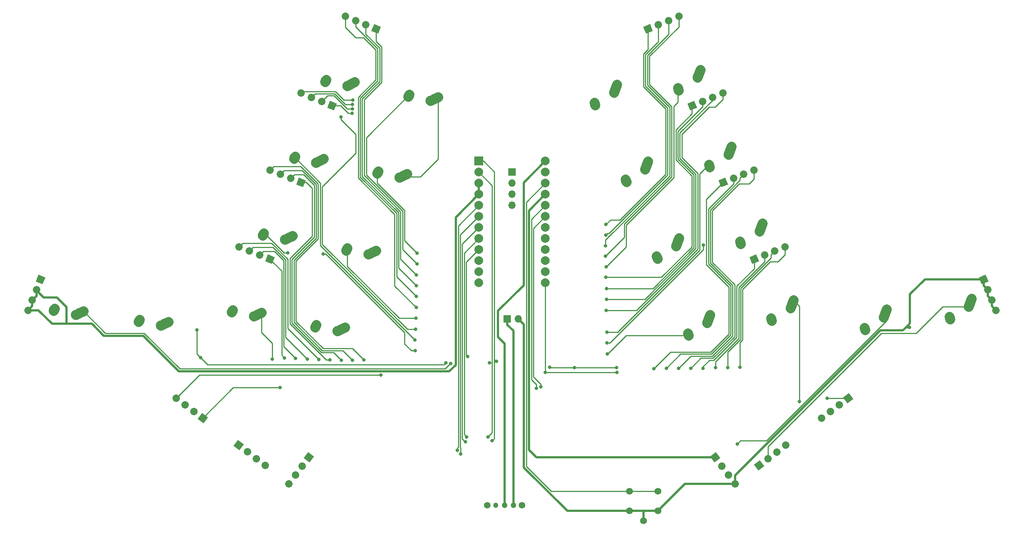
<source format=gbr>
G04 #@! TF.GenerationSoftware,KiCad,Pcbnew,(5.1.4)-1*
G04 #@! TF.CreationDate,2023-05-25T13:23:40-04:00*
G04 #@! TF.ProjectId,ThumbsUp,5468756d-6273-4557-902e-6b696361645f,rev?*
G04 #@! TF.SameCoordinates,Original*
G04 #@! TF.FileFunction,Copper,L1,Top*
G04 #@! TF.FilePolarity,Positive*
%FSLAX46Y46*%
G04 Gerber Fmt 4.6, Leading zero omitted, Abs format (unit mm)*
G04 Created by KiCad (PCBNEW (5.1.4)-1) date 2023-05-25 13:23:40*
%MOMM*%
%LPD*%
G04 APERTURE LIST*
%ADD10R,2.000000X2.000000*%
%ADD11C,2.000000*%
%ADD12C,1.575000*%
%ADD13C,1.700000*%
%ADD14C,1.700000*%
%ADD15C,0.100000*%
%ADD16C,2.250000*%
%ADD17C,2.250000*%
%ADD18R,1.700000X1.700000*%
%ADD19O,1.700000X1.700000*%
%ADD20C,1.500000*%
%ADD21C,1.200000*%
%ADD22C,1.300000*%
%ADD23C,0.800000*%
%ADD24C,0.508000*%
%ADD25C,0.254000*%
G04 APERTURE END LIST*
D10*
X134880000Y2970000D03*
D11*
X134880000Y430000D03*
X134880000Y-2110000D03*
X134880000Y-4650000D03*
X134880000Y-7190000D03*
X134880000Y-9730000D03*
X134880000Y-12270000D03*
X134880000Y-14810000D03*
X134880000Y-17350000D03*
X134880000Y-19890000D03*
X134880000Y-22430000D03*
X134880000Y-24970000D03*
X150120000Y-24970000D03*
X150120000Y-22430000D03*
X150120000Y-19890000D03*
X150120000Y-17350000D03*
X150120000Y-14810000D03*
X150120000Y-12270000D03*
X150120000Y-9730000D03*
X150120000Y-7190000D03*
X150120000Y-4650000D03*
X150120000Y-2110000D03*
X150120000Y430000D03*
X150120000Y2970000D03*
D12*
X175900000Y-72800000D03*
X175900000Y-77300000D03*
X169400000Y-72800000D03*
X169400000Y-77300000D03*
X172650000Y-79550000D03*
D13*
X213460025Y-56037912D03*
D14*
X213460025Y-56037912D02*
X213460025Y-56037912D01*
D13*
X215488560Y-54509302D03*
D14*
X215488560Y-54509302D02*
X215488560Y-54509302D01*
D13*
X217517094Y-52980692D03*
D14*
X217517094Y-52980692D02*
X217517094Y-52980692D01*
D13*
X219545628Y-51452082D03*
D15*
G36*
X218355245Y-51284785D02*
G01*
X219712925Y-50261699D01*
X220736011Y-51619379D01*
X219378331Y-52642465D01*
X218355245Y-51284785D01*
X218355245Y-51284785D01*
G37*
D13*
X85936497Y-66811130D03*
D14*
X85936497Y-66811130D02*
X85936497Y-66811130D01*
D13*
X83907962Y-65282520D03*
D14*
X83907962Y-65282520D02*
X83907962Y-65282520D01*
D13*
X81879428Y-63753910D03*
D14*
X81879428Y-63753910D02*
X81879428Y-63753910D01*
D13*
X79850894Y-62225300D03*
D15*
G36*
X79683597Y-61034917D02*
G01*
X81041277Y-62058003D01*
X80018191Y-63415683D01*
X78660511Y-62392597D01*
X79683597Y-61034917D01*
X79683597Y-61034917D01*
G37*
D13*
X71590133Y-56039707D03*
D15*
G36*
X71422836Y-54849324D02*
G01*
X72780516Y-55872410D01*
X71757430Y-57230090D01*
X70399750Y-56207004D01*
X71422836Y-54849324D01*
X71422836Y-54849324D01*
G37*
D13*
X69561599Y-54511097D03*
D14*
X69561599Y-54511097D02*
X69561599Y-54511097D01*
D13*
X67533065Y-52982487D03*
D14*
X67533065Y-52982487D02*
X67533065Y-52982487D01*
D13*
X65504530Y-51453877D03*
D14*
X65504530Y-51453877D02*
X65504530Y-51453877D01*
D13*
X95944722Y-64961851D03*
D15*
G36*
X94754339Y-65129148D02*
G01*
X95777425Y-63771468D01*
X97135105Y-64794554D01*
X96112019Y-66152234D01*
X94754339Y-65129148D01*
X94754339Y-65129148D01*
G37*
D13*
X94416112Y-66990385D03*
D14*
X94416112Y-66990385D02*
X94416112Y-66990385D01*
D13*
X92887502Y-69018919D03*
D14*
X92887502Y-69018919D02*
X92887502Y-69018919D01*
D13*
X91358892Y-71047454D03*
D14*
X91358892Y-71047454D02*
X91358892Y-71047454D01*
D13*
X205191279Y-62229523D03*
D14*
X205191279Y-62229523D02*
X205191279Y-62229523D01*
D13*
X203162744Y-63758133D03*
D14*
X203162744Y-63758133D02*
X203162744Y-63758133D01*
D13*
X201134210Y-65286743D03*
D14*
X201134210Y-65286743D02*
X201134210Y-65286743D01*
D13*
X199105676Y-66815353D03*
D15*
G36*
X197915293Y-66648056D02*
G01*
X199272973Y-65624970D01*
X200296059Y-66982650D01*
X198938379Y-68005736D01*
X197915293Y-66648056D01*
X197915293Y-66648056D01*
G37*
D13*
X193667308Y-71063713D03*
D14*
X193667308Y-71063713D02*
X193667308Y-71063713D01*
D13*
X192138698Y-69035178D03*
D14*
X192138698Y-69035178D02*
X192138698Y-69035178D01*
D13*
X190610088Y-67006644D03*
D14*
X190610088Y-67006644D02*
X190610088Y-67006644D01*
D13*
X189081478Y-64978110D03*
D15*
G36*
X188914181Y-66168493D02*
G01*
X187891095Y-64810813D01*
X189248775Y-63787727D01*
X190271861Y-65145407D01*
X188914181Y-66168493D01*
X188914181Y-66168493D01*
G37*
D16*
X247167948Y-30422621D03*
X247501790Y-29500410D03*
D17*
X247835633Y-28578198D02*
X247167947Y-30422622D01*
D16*
X242899517Y-33311997D03*
X242809424Y-33035622D03*
D17*
X242719332Y-32759246D02*
X242899516Y-33311998D01*
D13*
X104289498Y36157443D03*
D14*
X104289498Y36157443D02*
X104289498Y36157443D01*
D13*
X106644545Y35205942D03*
D14*
X106644545Y35205942D02*
X106644545Y35205942D01*
D13*
X108999592Y34254442D03*
D14*
X108999592Y34254442D02*
X108999592Y34254442D01*
D13*
X111354639Y33302941D03*
D15*
G36*
X111824330Y32196419D02*
G01*
X110248117Y32833250D01*
X110884948Y34409463D01*
X112461161Y33772632D01*
X111824330Y32196419D01*
X111824330Y32196419D01*
G37*
D13*
X34433864Y-24192442D03*
D15*
G36*
X35540386Y-23722751D02*
G01*
X34903555Y-25298964D01*
X33327342Y-24662133D01*
X33964173Y-23085920D01*
X35540386Y-23722751D01*
X35540386Y-23722751D01*
G37*
D13*
X33482363Y-26547489D03*
D14*
X33482363Y-26547489D02*
X33482363Y-26547489D01*
D13*
X32530863Y-28902536D03*
D14*
X32530863Y-28902536D02*
X32530863Y-28902536D01*
D13*
X31579362Y-31257583D03*
D14*
X31579362Y-31257583D02*
X31579362Y-31257583D01*
D13*
X101237114Y15686447D03*
D15*
G36*
X101706805Y14579925D02*
G01*
X100130592Y15216756D01*
X100767423Y16792969D01*
X102343636Y16156138D01*
X101706805Y14579925D01*
X101706805Y14579925D01*
G37*
D13*
X98882067Y16637948D03*
D14*
X98882067Y16637948D02*
X98882067Y16637948D01*
D13*
X96527020Y17589448D03*
D14*
X96527020Y17589448D02*
X96527020Y17589448D01*
D13*
X94171973Y18540949D03*
D14*
X94171973Y18540949D02*
X94171973Y18540949D01*
D13*
X87002063Y-19546539D03*
D15*
G36*
X87471754Y-20653061D02*
G01*
X85895541Y-20016230D01*
X86532372Y-18440017D01*
X88108585Y-19076848D01*
X87471754Y-20653061D01*
X87471754Y-20653061D01*
G37*
D13*
X84647016Y-18595038D03*
D14*
X84647016Y-18595038D02*
X84647016Y-18595038D01*
D13*
X82291969Y-17643538D03*
D14*
X82291969Y-17643538D02*
X82291969Y-17643538D01*
D13*
X79936922Y-16692037D03*
D14*
X79936922Y-16692037D02*
X79936922Y-16692037D01*
D13*
X198013530Y-19544054D03*
D15*
G36*
X196907008Y-19074363D02*
G01*
X198483221Y-18437532D01*
X199120052Y-20013745D01*
X197543839Y-20650576D01*
X196907008Y-19074363D01*
X196907008Y-19074363D01*
G37*
D13*
X200368577Y-18592553D03*
D14*
X200368577Y-18592553D02*
X200368577Y-18592553D01*
D13*
X202723624Y-17641053D03*
D14*
X202723624Y-17641053D02*
X202723624Y-17641053D01*
D13*
X205078671Y-16689552D03*
D14*
X205078671Y-16689552D02*
X205078671Y-16689552D01*
D13*
X190896005Y-1927561D03*
D15*
G36*
X189789483Y-1457870D02*
G01*
X191365696Y-821039D01*
X192002527Y-2397252D01*
X190426314Y-3034083D01*
X189789483Y-1457870D01*
X189789483Y-1457870D01*
G37*
D13*
X193251052Y-976060D03*
D14*
X193251052Y-976060D02*
X193251052Y-976060D01*
D13*
X195606099Y-24560D03*
D14*
X195606099Y-24560D02*
X195606099Y-24560D01*
D13*
X197961146Y926941D03*
D14*
X197961146Y926941D02*
X197961146Y926941D01*
D13*
X173660955Y33305425D03*
D15*
G36*
X172554433Y33775116D02*
G01*
X174130646Y34411947D01*
X174767477Y32835734D01*
X173191264Y32198903D01*
X172554433Y33775116D01*
X172554433Y33775116D01*
G37*
D13*
X176016002Y34256926D03*
D14*
X176016002Y34256926D02*
X176016002Y34256926D01*
D13*
X178371049Y35208426D03*
D14*
X178371049Y35208426D02*
X178371049Y35208426D01*
D13*
X180726096Y36159927D03*
D14*
X180726096Y36159927D02*
X180726096Y36159927D01*
D13*
X250581730Y-24189957D03*
D15*
G36*
X251051421Y-23083435D02*
G01*
X251688252Y-24659648D01*
X250112039Y-25296479D01*
X249475208Y-23720266D01*
X251051421Y-23083435D01*
X251051421Y-23083435D01*
G37*
D13*
X251533231Y-26545004D03*
D14*
X251533231Y-26545004D02*
X251533231Y-26545004D01*
D13*
X252484731Y-28900051D03*
D14*
X252484731Y-28900051D02*
X252484731Y-28900051D01*
D13*
X253436232Y-31255098D03*
D14*
X253436232Y-31255098D02*
X253436232Y-31255098D01*
D13*
X94119589Y-1930046D03*
D15*
G36*
X94589280Y-3036568D02*
G01*
X93013067Y-2399737D01*
X93649898Y-823524D01*
X95226111Y-1460355D01*
X94589280Y-3036568D01*
X94589280Y-3036568D01*
G37*
D13*
X91764542Y-978545D03*
D14*
X91764542Y-978545D02*
X91764542Y-978545D01*
D13*
X89409495Y-27045D03*
D14*
X89409495Y-27045D02*
X89409495Y-27045D01*
D13*
X87054448Y924456D03*
D14*
X87054448Y924456D02*
X87054448Y924456D01*
D13*
X183778480Y15688932D03*
D15*
G36*
X182671958Y16158623D02*
G01*
X184248171Y16795454D01*
X184885002Y15219241D01*
X183308789Y14582410D01*
X182671958Y16158623D01*
X182671958Y16158623D01*
G37*
D13*
X186133527Y16640433D03*
D14*
X186133527Y16640433D02*
X186133527Y16640433D01*
D13*
X188488574Y17591933D03*
D14*
X188488574Y17591933D02*
X188488574Y17591933D01*
D13*
X190843621Y18543434D03*
D14*
X190843621Y18543434D02*
X190843621Y18543434D01*
D16*
X57022689Y-33631694D03*
D17*
X57149869Y-33370303D02*
X56895509Y-33893085D01*
D16*
X56895510Y-33893085D03*
X62853859Y-34348267D03*
D17*
X63734628Y-33916790D02*
X61973090Y-34779744D01*
D16*
X61973091Y-34779744D03*
X42483564Y-32298138D03*
X43364332Y-31866661D03*
D17*
X44245101Y-31435184D02*
X42483563Y-32298138D01*
D16*
X37405983Y-31411479D03*
X37533162Y-31150088D03*
D17*
X37660342Y-30888697D02*
X37405982Y-31411479D01*
D16*
X92620298Y3755605D03*
D17*
X92747478Y4016996D02*
X92493118Y3494214D01*
D16*
X92493119Y3494214D03*
X98451468Y3039032D03*
D17*
X99332237Y3470509D02*
X97570699Y2607555D01*
D16*
X97570700Y2607555D03*
D18*
X142500000Y500000D03*
D19*
X142500000Y-2040000D03*
X142500000Y-4580000D03*
X142500000Y-7120000D03*
D16*
X99737824Y21372099D03*
D17*
X99865004Y21633490D02*
X99610644Y21110708D01*
D16*
X99610645Y21110708D03*
X105568994Y20655526D03*
D17*
X106449763Y21087003D02*
X104688225Y20224049D01*
D16*
X104688226Y20224049D03*
X123803145Y16815259D03*
X124683913Y17246736D03*
D17*
X125564682Y17678213D02*
X123803144Y16815259D01*
D16*
X118725564Y17701918D03*
X118852743Y17963309D03*
D17*
X118979923Y18224700D02*
X118725563Y17701918D01*
D16*
X223319898Y-35517228D03*
D17*
X223229806Y-35240852D02*
X223409990Y-35793604D01*
D16*
X223409991Y-35793603D03*
X228012264Y-31982016D03*
D17*
X228346107Y-31059804D02*
X227678421Y-32904228D01*
D16*
X227678422Y-32904227D03*
X172965893Y1074283D03*
X173299735Y1996494D03*
D17*
X173633578Y2918706D02*
X172965892Y1074282D01*
D16*
X168697462Y-1815093D03*
X168607369Y-1538718D03*
D17*
X168517277Y-1262342D02*
X168697461Y-1815094D01*
D16*
X187200943Y-34158703D03*
X187534785Y-33236492D03*
D17*
X187868628Y-32314280D02*
X187200942Y-34158704D01*
D16*
X182932512Y-37048079D03*
X182842419Y-36771704D03*
D17*
X182752327Y-36495328D02*
X182932511Y-37048080D01*
D16*
X85502773Y-13860888D03*
D17*
X85629953Y-13599497D02*
X85375593Y-14122279D01*
D16*
X85375594Y-14122279D03*
X91333943Y-14577461D03*
D17*
X92214712Y-14145984D02*
X90453174Y-15008938D01*
D16*
X90453175Y-15008938D03*
X180083418Y-16542210D03*
X180417260Y-15619999D03*
D17*
X180751103Y-14697787D02*
X180083417Y-16542211D01*
D16*
X175814987Y-19431586D03*
X175724894Y-19155211D03*
D17*
X175634802Y-18878835D02*
X175814986Y-19431587D01*
D16*
X116685620Y-801235D03*
X117566388Y-369758D03*
D17*
X118447157Y61719D02*
X116685619Y-801235D01*
D16*
X111608039Y85424D03*
X111735218Y346815D03*
D17*
X111862398Y608206D02*
X111608038Y85424D01*
D16*
X194839814Y-15746421D03*
D17*
X194749722Y-15470045D02*
X194929906Y-16022797D01*
D16*
X194929907Y-16022796D03*
X199532180Y-12211209D03*
D17*
X199866023Y-11288997D02*
X199198337Y-13133421D01*
D16*
X199198338Y-13133420D03*
X109568095Y-18417728D03*
X110448863Y-17986251D03*
D17*
X111329632Y-17554774D02*
X109568094Y-18417728D01*
D16*
X104490514Y-17531069D03*
X104617693Y-17269678D03*
D17*
X104744873Y-17008287D02*
X104490513Y-17531069D01*
D16*
X78385248Y-31477381D03*
D17*
X78512428Y-31215990D02*
X78258068Y-31738772D01*
D16*
X78258069Y-31738772D03*
X84216418Y-32193954D03*
D17*
X85097187Y-31762477D02*
X83335649Y-32625431D01*
D16*
X83335650Y-32625431D03*
X102450569Y-36034221D03*
X103331337Y-35602744D03*
D17*
X104212106Y-35171267D02*
X102450568Y-36034221D01*
D16*
X97372988Y-35147562D03*
X97500167Y-34886171D03*
D17*
X97627347Y-34624780D02*
X97372987Y-35147562D01*
D16*
X187722288Y1870072D03*
D17*
X187632196Y2146448D02*
X187812380Y1593696D01*
D16*
X187812381Y1593697D03*
X192414654Y5405284D03*
D17*
X192748497Y6327496D02*
X192080811Y4483072D01*
D16*
X192080812Y4483073D03*
X201957339Y-33362914D03*
D17*
X201867247Y-33086538D02*
X202047431Y-33639290D01*
D16*
X202047432Y-33639289D03*
X206649705Y-29827702D03*
D17*
X206983548Y-28905490D02*
X206315862Y-30749914D01*
D16*
X206315863Y-30749913D03*
X180604763Y19486565D03*
D17*
X180514671Y19762941D02*
X180694855Y19210189D01*
D16*
X180694856Y19210190D03*
X185297129Y23021777D03*
D17*
X185630972Y23943989D02*
X184963286Y22099565D01*
D16*
X184963287Y22099566D03*
X165848368Y18690777D03*
X166182210Y19612988D03*
D17*
X166516053Y20535200D02*
X165848367Y18690776D01*
D16*
X161579937Y15801401D03*
X161489844Y16077776D03*
D17*
X161399752Y16354152D02*
X161579936Y15801400D01*
D20*
X136800000Y-76000000D03*
X144800000Y-76000000D03*
D21*
X138800000Y-76000000D03*
D22*
X140800000Y-76000000D03*
X142800000Y-76000000D03*
D19*
X143940000Y-33200000D03*
D18*
X141400000Y-33200000D03*
D23*
X233611994Y-35163996D03*
X100750000Y-42650000D03*
X103350000Y-42700000D03*
X105950000Y-42750000D03*
X108550000Y-42650000D03*
X90350000Y-42200000D03*
X92900000Y-42300000D03*
X95600000Y-42450000D03*
X98200000Y-42550000D03*
X120250000Y-38100000D03*
X99250000Y-18300000D03*
X91100000Y-18050002D03*
X120299984Y-40550000D03*
X120750000Y-18150000D03*
X120500000Y-33100000D03*
X164300000Y-41300000D03*
X164250000Y-36250000D03*
X164237500Y-38712500D03*
X186310969Y-16300000D03*
X164050000Y-31300000D03*
X164150000Y-28750000D03*
X164150000Y-26250000D03*
X164000000Y-23700000D03*
X183450000Y-44550000D03*
X180650000Y-44600000D03*
X177850000Y-44600000D03*
X175000000Y-44650000D03*
X106004398Y16989730D03*
X94171973Y18540949D03*
X70250000Y-35750000D03*
X137911322Y-61198391D03*
X127350000Y-43300000D03*
X138950000Y-42999998D03*
X71150000Y-42150000D03*
X194100000Y-61900000D03*
X105894355Y15995801D03*
X96527020Y17589448D03*
X137000000Y-60350000D03*
X137350000Y-43350000D03*
X128399039Y-43449041D03*
X105905647Y14956361D03*
X131800000Y-61450002D03*
X105847170Y13958060D03*
X132100000Y-60300000D03*
X112450000Y-46139030D03*
X132300000Y-41900000D03*
X166450000Y-44400000D03*
X151150000Y-44350000D03*
X156800000Y-44400000D03*
X214700000Y-51400008D03*
X87550000Y-42500000D03*
X166550000Y-45550000D03*
X150120000Y-45550002D03*
X89300000Y-48999998D03*
X208400000Y-52200000D03*
X130750000Y-64250000D03*
X129950000Y-63400000D03*
X148100000Y-49150000D03*
X149100000Y-48800000D03*
X120550000Y-30650000D03*
X120600000Y-28100000D03*
X120552224Y-25597776D03*
X120600000Y-23150000D03*
X120392216Y-35592216D03*
X103300000Y13050000D03*
X120700000Y-20650000D03*
X164050000Y-21300000D03*
X163950000Y-18800000D03*
X163950000Y-16450000D03*
X164000000Y-14000000D03*
X164000000Y-11600000D03*
X194750000Y-44350000D03*
X191900000Y-44400000D03*
X189100000Y-44400000D03*
X186277049Y-44589041D03*
D24*
X134880000Y-2110000D02*
X134880000Y-4650000D01*
X33482363Y-27951036D02*
X32530863Y-28902536D01*
X33482363Y-26547489D02*
X33482363Y-27951036D01*
X32530863Y-30306082D02*
X31579362Y-31257583D01*
X32530863Y-28902536D02*
X32530863Y-30306082D01*
X182136287Y-71063713D02*
X175900000Y-77300000D01*
X193667308Y-71063713D02*
X182136287Y-71063713D01*
X175900000Y-77300000D02*
X172750000Y-77300000D01*
X172750000Y-77300000D02*
X169400000Y-77300000D01*
X172550000Y-77300000D02*
X172750000Y-77300000D01*
X172650000Y-79550000D02*
X172650000Y-77400000D01*
X172650000Y-77400000D02*
X172550000Y-77300000D01*
X250581730Y-25593503D02*
X251533231Y-26545004D01*
X250581730Y-24189957D02*
X250581730Y-25593503D01*
X251533231Y-27948551D02*
X252484731Y-28900051D01*
X251533231Y-26545004D02*
X251533231Y-27948551D01*
X252484731Y-30303597D02*
X253436232Y-31255098D01*
X252484731Y-28900051D02*
X252484731Y-30303597D01*
X37050000Y-34350000D02*
X33957583Y-31257583D01*
X33957583Y-31257583D02*
X31579362Y-31257583D01*
X40400000Y-34350000D02*
X37050000Y-34350000D01*
X40400000Y-30497757D02*
X40400000Y-34350000D01*
X38202243Y-28300000D02*
X40400000Y-30497757D01*
X35100000Y-28300000D02*
X38202243Y-28300000D01*
X33482363Y-26547489D02*
X33482363Y-26682363D01*
X33482363Y-26682363D02*
X35100000Y-28300000D01*
X237110043Y-24189957D02*
X250581730Y-24189957D01*
X233700000Y-27600000D02*
X237110043Y-24189957D01*
X233700000Y-34270000D02*
X233700000Y-27600000D01*
X232900000Y-35070000D02*
X233700000Y-34270000D01*
X125945020Y-45285020D02*
X125950000Y-45290000D01*
X46200000Y-34350000D02*
X40400000Y-34350000D01*
X128120878Y-45285020D02*
X73821280Y-45285020D01*
X129602949Y-43802949D02*
X128120878Y-45285020D01*
X73821280Y-45285020D02*
X73767271Y-45231011D01*
X73767271Y-45231011D02*
X66109338Y-45231011D01*
X66109338Y-45231011D02*
X57978328Y-37100000D01*
X48950000Y-37100000D02*
X46200000Y-34350000D01*
X57978328Y-37100000D02*
X48950000Y-37100000D01*
X129602949Y-9927051D02*
X129602949Y-43802949D01*
X134880000Y-4650000D02*
X129602949Y-9927051D01*
X233611994Y-35163996D02*
X232993996Y-35163996D01*
X232993996Y-35163996D02*
X232900000Y-35070000D01*
X193667308Y-69162296D02*
X226929604Y-35900000D01*
X226929604Y-35900000D02*
X232070000Y-35900000D01*
X193667308Y-71063713D02*
X193667308Y-69162296D01*
X232070000Y-35900000D02*
X232900000Y-35070000D01*
X168286307Y-77300000D02*
X169400000Y-77300000D01*
X155178328Y-77300000D02*
X168286307Y-77300000D01*
X145202958Y-67324630D02*
X155178328Y-77300000D01*
X145202958Y-34462958D02*
X145202958Y-67324630D01*
X143940000Y-33200000D02*
X145202958Y-34462958D01*
D25*
X99868272Y-42650000D02*
X91587969Y-34369697D01*
X96699996Y-14273800D02*
X96699996Y-3299996D01*
X100750000Y-42650000D02*
X99868272Y-42650000D01*
X91587969Y-34369697D02*
X91587972Y-19385824D01*
X95330046Y-1930046D02*
X94119589Y-1930046D01*
X91587972Y-19385824D02*
X96699996Y-14273800D01*
X96699996Y-3299996D02*
X95330046Y-1930046D01*
X101595989Y-40945989D02*
X98806329Y-40945989D01*
X92614541Y-128546D02*
X91764542Y-978545D01*
X97154007Y-14461857D02*
X97154007Y-2580211D01*
X103350000Y-42700000D02*
X101595989Y-40945989D01*
X98806329Y-40945989D02*
X92041980Y-34181640D01*
X92041980Y-34181640D02*
X92041982Y-19573882D01*
X92041982Y-19573882D02*
X97154007Y-14461857D01*
X94702342Y-128546D02*
X92614541Y-128546D01*
X97154007Y-2580211D02*
X94702342Y-128546D01*
X103691978Y-40491978D02*
X98994385Y-40491977D01*
X105950000Y-42750000D02*
X103691978Y-40491978D01*
X98994385Y-40491977D02*
X92495991Y-33993583D01*
X90259494Y822954D02*
X89409495Y-27045D01*
X94392910Y822954D02*
X90259494Y822954D01*
X92495991Y-33993583D02*
X92495992Y-19761940D01*
X97608018Y-2392154D02*
X94392910Y822954D01*
X97608018Y-14649914D02*
X97608018Y-2392154D01*
X92495992Y-19761940D02*
X97608018Y-14649914D01*
X87904447Y1774455D02*
X87054448Y924456D01*
X105937967Y-40037967D02*
X99182443Y-40037967D01*
X94083477Y1774455D02*
X87904447Y1774455D01*
X92950002Y-33805526D02*
X92950002Y-19949998D01*
X99182443Y-40037967D02*
X92950002Y-33805526D01*
X92950002Y-19949998D02*
X98062030Y-14837970D01*
X108550000Y-42650000D02*
X105937967Y-40037967D01*
X98062030Y-14837970D02*
X98062030Y-2204098D01*
X98062030Y-2204098D02*
X94083477Y1774455D01*
X89699998Y-22244474D02*
X87725720Y-20270196D01*
X87725720Y-20270196D02*
X87002063Y-19546539D01*
X90350000Y-42200000D02*
X89699998Y-41549998D01*
X89699998Y-41549998D02*
X89699998Y-22244474D01*
X90154009Y-19880213D02*
X88018835Y-17745039D01*
X85497015Y-17745039D02*
X84647016Y-18595038D01*
X92900000Y-42300000D02*
X90154009Y-39554009D01*
X88018835Y-17745039D02*
X85497015Y-17745039D01*
X90154009Y-39554009D02*
X90154009Y-19880213D01*
X87709403Y-16793539D02*
X83141968Y-16793539D01*
X90608020Y-19692156D02*
X87709403Y-16793539D01*
X83141968Y-16793539D02*
X82291969Y-17643538D01*
X95600000Y-42450000D02*
X90608020Y-37458020D01*
X90608020Y-37458020D02*
X90608020Y-19692156D01*
X91062031Y-35412031D02*
X91062031Y-19504099D01*
X98200000Y-42550000D02*
X91062031Y-35412031D01*
X80786921Y-15842038D02*
X79936922Y-16692037D01*
X87399970Y-15842038D02*
X80786921Y-15842038D01*
X91062031Y-19504099D02*
X87399970Y-15842038D01*
X98545989Y-16395989D02*
X119850001Y-37700001D01*
X93005786Y3494214D02*
X98545989Y-2045989D01*
X92493119Y3494214D02*
X93005786Y3494214D01*
X98545989Y-2045989D02*
X98545989Y-16395989D01*
X119850001Y-37700001D02*
X120250000Y-38100000D01*
X91099998Y-18050000D02*
X91100000Y-18050002D01*
X90250000Y-18050000D02*
X91099998Y-18050000D01*
X85629953Y-13599497D02*
X85799497Y-13599497D01*
X85799497Y-13599497D02*
X90250000Y-18050000D01*
X119450000Y-40550000D02*
X120299984Y-40550000D01*
X117850000Y-38950000D02*
X119450000Y-40550000D01*
X117850000Y-36350000D02*
X117850000Y-38950000D01*
X99250000Y-18300000D02*
X99800000Y-18300000D01*
X99800000Y-18300000D02*
X117850000Y-36350000D01*
X111608039Y-2058039D02*
X111608039Y85424D01*
X117858020Y-8308020D02*
X111608039Y-2058039D01*
X117858020Y-15258020D02*
X117858020Y-8308020D01*
X120750000Y-18150000D02*
X117858020Y-15258020D01*
X104744873Y-17785428D02*
X104744873Y-17008287D01*
X104744873Y-21194873D02*
X104744873Y-17008287D01*
X120500000Y-33100000D02*
X116650000Y-33100000D01*
X116650000Y-33100000D02*
X104744873Y-21194873D01*
X175634802Y-19611771D02*
X175634802Y-18878835D01*
X175800000Y-19776969D02*
X175634802Y-19611771D01*
X168681921Y-37048079D02*
X182932512Y-37048079D01*
X164300000Y-41300000D02*
X164430000Y-41300000D01*
X164430000Y-41300000D02*
X168681921Y-37048079D01*
X185516040Y30293D02*
X187632196Y2146448D01*
X185516040Y-17476028D02*
X185516040Y30293D01*
X164250000Y-36250000D02*
X166742068Y-36250000D01*
X166742068Y-36250000D02*
X185516040Y-17476028D01*
X186310969Y-17323167D02*
X186310969Y-16865685D01*
X164237500Y-38712500D02*
X164921636Y-38712500D01*
X164921636Y-38712500D02*
X186310969Y-17323167D01*
X186310969Y-16865685D02*
X186310969Y-16300000D01*
X190843621Y17341353D02*
X190843621Y18543434D01*
X190843621Y17143621D02*
X190843621Y17341353D01*
X189090000Y15390000D02*
X190843621Y17143621D01*
X171026204Y-31300000D02*
X185062030Y-17264174D01*
X164050000Y-31300000D02*
X171026204Y-31300000D01*
X185062030Y-17264174D02*
X185062030Y137973D01*
X187690187Y15390000D02*
X189090000Y15390000D01*
X185062030Y137973D02*
X181400003Y3800000D01*
X181400003Y3800000D02*
X181400003Y9099816D01*
X181400003Y9099816D02*
X187690187Y15390000D01*
X188450000Y17553359D02*
X188488574Y17591933D01*
X188450000Y16900000D02*
X188450000Y17553359D01*
X172934136Y-28750000D02*
X184608020Y-17076116D01*
X184608020Y-17076116D02*
X184608020Y-50085D01*
X164150000Y-28750000D02*
X172934136Y-28750000D01*
X184608020Y-50085D02*
X180945992Y3611943D01*
X180945992Y3611943D02*
X180945992Y9395992D01*
X180945992Y9395992D02*
X188450000Y16900000D01*
X174792068Y-26250000D02*
X184154010Y-16888058D01*
X164150000Y-26250000D02*
X174792068Y-26250000D01*
X184154010Y-16888058D02*
X184154010Y-238143D01*
X184154010Y-238143D02*
X180491981Y3423886D01*
X180491981Y3423886D02*
X180491981Y9796806D01*
X180491981Y9796806D02*
X186133527Y15438352D01*
X186133527Y15438352D02*
X186133527Y16640433D01*
X183750000Y15660452D02*
X183778480Y15688932D01*
X183750000Y13850000D02*
X183750000Y15660452D01*
X180037970Y3235829D02*
X180037970Y10137970D01*
X183700000Y-426201D02*
X180037970Y3235829D01*
X183700000Y-16300000D02*
X183700000Y-426201D01*
X180037970Y10137970D02*
X183750000Y13850000D01*
X183700000Y-16700000D02*
X183700000Y-16300000D01*
X164000000Y-23700000D02*
X176700000Y-23700000D01*
X176700000Y-23700000D02*
X183700000Y-16700000D01*
X183450000Y-44550000D02*
X185774011Y-42225989D01*
X196850000Y-2260000D02*
X197961146Y-1148854D01*
X193512030Y-37277677D02*
X193512030Y-25362030D01*
X197961146Y-275140D02*
X197961146Y926941D01*
X197961146Y-1148854D02*
X197961146Y-275140D01*
X194590000Y-2260000D02*
X196850000Y-2260000D01*
X188400002Y-20250002D02*
X188400002Y-8449998D01*
X193512030Y-25362030D02*
X188400002Y-20250002D01*
X185774011Y-42225989D02*
X188563718Y-42225989D01*
X188563718Y-42225989D02*
X193512030Y-37277677D01*
X188400002Y-8449998D02*
X194590000Y-2260000D01*
X194756100Y-874559D02*
X195606099Y-24560D01*
X187945991Y-8229009D02*
X194756100Y-1418900D01*
X193058019Y-25550087D02*
X187945991Y-20438059D01*
X187945991Y-20438059D02*
X187945991Y-8229009D01*
X193058019Y-37089620D02*
X193058019Y-25550087D01*
X183478022Y-41771978D02*
X188375660Y-41771978D01*
X180650000Y-44600000D02*
X183478022Y-41771978D01*
X188375660Y-41771978D02*
X193058019Y-37089620D01*
X194756100Y-1418900D02*
X194756100Y-874559D01*
X193251052Y-2248948D02*
X193251052Y-2178141D01*
X177850000Y-44600000D02*
X181132033Y-41317967D01*
X192604008Y-36901563D02*
X192604008Y-25738144D01*
X187491980Y-20626116D02*
X187491980Y-8008020D01*
X192604008Y-25738144D02*
X187491980Y-20626116D01*
X187491980Y-8008020D02*
X193251052Y-2248948D01*
X193251052Y-2178141D02*
X193251052Y-976060D01*
X188187603Y-41317967D02*
X192604008Y-36901563D01*
X181132033Y-41317967D02*
X188187603Y-41317967D01*
X178786044Y-40863956D02*
X187999546Y-40863956D01*
X175000000Y-44650000D02*
X178786044Y-40863956D01*
X190172348Y-2651218D02*
X190896005Y-1927561D01*
X187037969Y-20814173D02*
X187037969Y-5785597D01*
X187037969Y-5785597D02*
X190172348Y-2651218D01*
X192149997Y-25926201D02*
X187037969Y-20814173D01*
X192149997Y-36713506D02*
X192149997Y-25926201D01*
X187999546Y-40863956D02*
X192149997Y-36713506D01*
X94581024Y18950000D02*
X94171973Y18540949D01*
X102000000Y18950000D02*
X94581024Y18950000D01*
X106004398Y16989730D02*
X103960270Y16989730D01*
X103960270Y16989730D02*
X102000000Y18950000D01*
X138404011Y-60705702D02*
X138311321Y-60798392D01*
X138311321Y-60798392D02*
X137911322Y-61198391D01*
X138404011Y-42045989D02*
X138404011Y-60705702D01*
X138550001Y-42599999D02*
X138950000Y-42999998D01*
X138404011Y-42454009D02*
X138550001Y-42599999D01*
X138404011Y-42045989D02*
X138404011Y-42454009D01*
X71549999Y-42549999D02*
X71150000Y-42150000D01*
X70250000Y-35750000D02*
X70250000Y-41250000D01*
X127350000Y-43300000D02*
X126950001Y-43699999D01*
X70250000Y-41250000D02*
X70750001Y-41750001D01*
X72699999Y-43699999D02*
X71549999Y-42549999D01*
X126950001Y-43699999D02*
X72699999Y-43699999D01*
X70750001Y-41750001D02*
X71150000Y-42150000D01*
X194800000Y-61200000D02*
X194100000Y-61900000D01*
X200807932Y-61200000D02*
X194800000Y-61200000D01*
X228346107Y-31059804D02*
X228346107Y-33661825D01*
X228346107Y-33661825D02*
X200807932Y-61200000D01*
X138404011Y-1304011D02*
X138404011Y-42045989D01*
X138400000Y-1300000D02*
X138404011Y-1304011D01*
X138400000Y504000D02*
X138400000Y-1300000D01*
X134880000Y2970000D02*
X135934000Y2970000D01*
X135934000Y2970000D02*
X138400000Y504000D01*
X97391583Y18454011D02*
X96527020Y17589448D01*
X101853921Y18454011D02*
X97391583Y18454011D01*
X105894355Y15995801D02*
X104312131Y15995801D01*
X104312131Y15995801D02*
X101853921Y18454011D01*
X137000000Y-60250000D02*
X137000000Y-60350000D01*
X137950000Y-59300000D02*
X137000000Y-60250000D01*
X134880000Y430000D02*
X137950000Y-2640000D01*
X137915685Y-43350000D02*
X137950000Y-43350000D01*
X137350000Y-43350000D02*
X137915685Y-43350000D01*
X137950000Y-2640000D02*
X137950000Y-43350000D01*
X137950000Y-43350000D02*
X137950000Y-59300000D01*
X127999040Y-43849040D02*
X128399039Y-43449041D01*
X49309917Y-36500000D02*
X58200000Y-36500000D01*
X74061943Y-44704011D02*
X127144069Y-44704011D01*
X58200000Y-36500000D02*
X66350000Y-44650000D01*
X74007932Y-44650000D02*
X74061943Y-44704011D01*
X127144069Y-44704011D02*
X127999040Y-43849040D01*
X44245101Y-31435184D02*
X49309917Y-36500000D01*
X66350000Y-44650000D02*
X74007932Y-44650000D01*
X247167948Y-29245883D02*
X247167948Y-30422621D01*
X247835633Y-28578198D02*
X247167948Y-29245883D01*
X241187379Y-30422621D02*
X235100000Y-36510000D01*
X201134210Y-62525790D02*
X201134210Y-64084662D01*
X201134210Y-64084662D02*
X201134210Y-65286743D01*
X227150000Y-36510000D02*
X201134210Y-62525790D01*
X235100000Y-36510000D02*
X227150000Y-36510000D01*
X247167948Y-30422621D02*
X241187379Y-30422621D01*
X105339962Y14956361D02*
X105905647Y14956361D01*
X104709503Y14956361D02*
X105339962Y14956361D01*
X101665864Y18000000D02*
X104709503Y14956361D01*
X100244119Y18000000D02*
X101665864Y18000000D01*
X98882067Y16637948D02*
X100244119Y18000000D01*
X131091980Y-16058020D02*
X131091980Y-41976116D01*
X134880000Y-12270000D02*
X131091980Y-16058020D01*
X131093033Y-41977169D02*
X131093033Y-60743035D01*
X131400001Y-61050003D02*
X131800000Y-61450002D01*
X131093033Y-60743035D02*
X131400001Y-61050003D01*
X131091980Y-41976116D02*
X131093033Y-41977169D01*
X105281485Y13958060D02*
X105847170Y13958060D01*
X104941940Y13958060D02*
X105281485Y13958060D01*
X101237114Y15686447D02*
X103213553Y15686447D01*
X103213553Y15686447D02*
X104941940Y13958060D01*
X131572999Y-41815067D02*
X131572999Y-59772999D01*
X134880000Y-14810000D02*
X131545990Y-18144010D01*
X131545990Y-18144010D02*
X131545990Y-41788058D01*
X131545990Y-41788058D02*
X131572999Y-41815067D01*
X131700001Y-59900001D02*
X132100000Y-60300000D01*
X131572999Y-59772999D02*
X131700001Y-59900001D01*
X112000000Y-18225142D02*
X111329632Y-17554774D01*
X125564682Y3464682D02*
X125564682Y17678213D01*
X121450000Y-650000D02*
X125564682Y3464682D01*
X118447157Y61719D02*
X119158876Y-650000D01*
X119158876Y-650000D02*
X121450000Y-650000D01*
X151200000Y-44400000D02*
X151150000Y-44350000D01*
X132000000Y-41600000D02*
X132300000Y-41900000D01*
X132000000Y-20230000D02*
X132000000Y-41600000D01*
X134880000Y-17350000D02*
X132000000Y-20230000D01*
X70819377Y-46139030D02*
X112450000Y-46139030D01*
X65504530Y-51453877D02*
X70819377Y-46139030D01*
X156800000Y-44400000D02*
X151200000Y-44400000D01*
X166450000Y-44400000D02*
X156800000Y-44400000D01*
X219545628Y-51452082D02*
X214752074Y-51452082D01*
X214752074Y-51452082D02*
X214700000Y-51400008D01*
X85097187Y-31762477D02*
X85097187Y-31802811D01*
X85097187Y-36397187D02*
X87550000Y-38850000D01*
X85097187Y-31762477D02*
X85097187Y-36397187D01*
X87550000Y-38850000D02*
X87550000Y-42500000D01*
X165984315Y-45550000D02*
X166550000Y-45550000D01*
X150120000Y-24970000D02*
X150120000Y-45550000D01*
X150120000Y-45550000D02*
X165984315Y-45550000D01*
X89299998Y-49000000D02*
X89300000Y-48999998D01*
X78600000Y-49000000D02*
X89299998Y-49000000D01*
X71590133Y-56039707D02*
X71590133Y-56009867D01*
X71590133Y-56009867D02*
X78600000Y-49000000D01*
X208400000Y-51634315D02*
X208400000Y-52200000D01*
X208400000Y-30321942D02*
X208400000Y-51634315D01*
X206983548Y-28905490D02*
X208400000Y-30321942D01*
X130750000Y-63684315D02*
X130750000Y-64250000D01*
X130637970Y-42164174D02*
X130639022Y-42165226D01*
X130639022Y-42165226D02*
X130639022Y-62739022D01*
X130750000Y-62850000D02*
X130750000Y-63684315D01*
X130639022Y-62739022D02*
X130750000Y-62850000D01*
X130637970Y-13972030D02*
X130637970Y-42164174D01*
X134880000Y-9730000D02*
X130637970Y-13972030D01*
X130183960Y-42352232D02*
X130185011Y-42353283D01*
X130185011Y-42353283D02*
X130185011Y-62599304D01*
X130185011Y-62599304D02*
X129950000Y-62834315D01*
X130183959Y-11886041D02*
X130183960Y-42352232D01*
X129950000Y-62834315D02*
X129950000Y-63400000D01*
X134880000Y-7190000D02*
X130183959Y-11886041D01*
D24*
X148078110Y-64978110D02*
X187917163Y-64978110D01*
X146364979Y-63264979D02*
X148078110Y-64978110D01*
X146364979Y-8405021D02*
X146364979Y-63264979D01*
X187917163Y-64978110D02*
X189081478Y-64978110D01*
X150120000Y-4650000D02*
X146364979Y-8405021D01*
D25*
X174786307Y-72800000D02*
X169400000Y-72800000D01*
X175900000Y-72800000D02*
X174786307Y-72800000D01*
X151500000Y-72800000D02*
X168286307Y-72800000D01*
X168286307Y-72800000D02*
X169400000Y-72800000D01*
X145783968Y-67083968D02*
X151500000Y-72800000D01*
X150120000Y-2110000D02*
X145783968Y-6446032D01*
X145783968Y-6446032D02*
X145783968Y-67083968D01*
D24*
X140800000Y-38900000D02*
X140800000Y-76000000D01*
X139300000Y-37400000D02*
X140800000Y-38900000D01*
X139300000Y-31400000D02*
X139300000Y-37400000D01*
X145170000Y-25530000D02*
X139300000Y-31400000D01*
X150120000Y2970000D02*
X145170000Y-1980000D01*
X145170000Y-1980000D02*
X145170000Y-25530000D01*
D25*
X148100000Y-48342068D02*
X148100000Y-48584315D01*
X150120000Y-7190000D02*
X146945990Y-10364010D01*
X146945990Y-47188058D02*
X148100000Y-48342068D01*
X146945990Y-10364010D02*
X146945990Y-47188058D01*
X148100000Y-48584315D02*
X148100000Y-49150000D01*
X150120000Y-9730000D02*
X147400000Y-12450000D01*
X147400000Y-12450000D02*
X147400000Y-46534315D01*
X147400000Y-46534315D02*
X149100000Y-48234315D01*
X149100000Y-48234315D02*
X149100000Y-48800000D01*
X111249998Y21600002D02*
X111249998Y28515866D01*
X106670000Y31280000D02*
X104289498Y33660502D01*
X108485864Y31280000D02*
X106670000Y31280000D01*
X104289498Y33660502D02*
X104289498Y34955362D01*
X115587967Y-25687967D02*
X115587967Y-9248307D01*
X104289498Y34955362D02*
X104289498Y36157443D01*
X111249998Y28515866D02*
X108485864Y31280000D01*
X115587965Y-9248305D02*
X107237969Y-898305D01*
X115587967Y-9248307D02*
X115587965Y-9248305D01*
X107237969Y-898305D02*
X107237971Y17587975D01*
X107237971Y17587975D02*
X111249998Y21600002D01*
X120550000Y-30650000D02*
X115587967Y-25687967D01*
X116041978Y-9060250D02*
X116041975Y-9060247D01*
X107691980Y-710247D02*
X107691981Y17399917D01*
X106644545Y34003861D02*
X106644545Y35205942D01*
X106644545Y33763387D02*
X106644545Y34003861D01*
X107691981Y17399917D02*
X111704009Y21411945D01*
X116041975Y-9060247D02*
X107691980Y-710247D01*
X116041978Y-23541978D02*
X116041978Y-9060250D01*
X120600000Y-28100000D02*
X116041978Y-23541978D01*
X111704009Y21411945D02*
X111704009Y28703923D01*
X111704009Y28703923D02*
X106644545Y33763387D01*
X112158020Y28891980D02*
X108999592Y32050408D01*
X112158020Y21223888D02*
X112158020Y28891980D01*
X108145991Y-522190D02*
X108145991Y17211859D01*
X116495985Y-8872189D02*
X108145991Y-522190D01*
X108145991Y17211859D02*
X112158020Y21223888D01*
X116495989Y-21541541D02*
X116495988Y-8872192D01*
X120552224Y-25597776D02*
X116495989Y-21541541D01*
X108999592Y32050408D02*
X108999592Y34254442D01*
X116495988Y-8872192D02*
X116495985Y-8872189D01*
X111340000Y33288302D02*
X111354639Y33302941D01*
X111340000Y30430000D02*
X111340000Y33288302D01*
X112612031Y29157969D02*
X111340000Y30430000D01*
X112612031Y21035831D02*
X112612031Y29157969D01*
X120600000Y-23150000D02*
X116950000Y-19500000D01*
X116950000Y-8684136D02*
X116949995Y-8684131D01*
X116949995Y-8684131D02*
X108600002Y-334133D01*
X108600002Y-334133D02*
X108600002Y17023802D01*
X116950000Y-19500000D02*
X116950000Y-8684136D01*
X108600002Y17023802D02*
X112612031Y21035831D01*
X103300000Y12484315D02*
X103300000Y13050000D01*
X118500148Y-35592216D02*
X99000000Y-16092068D01*
X120392216Y-35592216D02*
X118500148Y-35592216D01*
X99000000Y-16092068D02*
X99000000Y-2900000D01*
X99000000Y-2900000D02*
X106700000Y4800000D01*
X106700000Y4800000D02*
X106700000Y9084315D01*
X106700000Y9084315D02*
X103300000Y12484315D01*
X109100000Y-192068D02*
X109100000Y8344777D01*
X109100000Y8344777D02*
X118979923Y18224700D01*
X117404010Y-17354010D02*
X117404010Y-8496078D01*
X117404010Y-8496078D02*
X109100000Y-192068D01*
X120700000Y-20650000D02*
X117404010Y-17354010D01*
X180510000Y19758270D02*
X180514671Y19762941D01*
X168650000Y-16700000D02*
X168650000Y-11700000D01*
X168650000Y-11700000D02*
X179569857Y-780143D01*
X164050000Y-21300000D02*
X168650000Y-16700000D01*
X179569857Y-780143D02*
X179569857Y15509857D01*
X179569857Y15509857D02*
X180510000Y16450000D01*
X180510000Y16450000D02*
X180510000Y19758270D01*
X174000002Y27020002D02*
X180726096Y33746096D01*
X180726096Y33746096D02*
X180726096Y34957846D01*
X174000002Y20550002D02*
X174000002Y27020002D01*
X179062030Y15487974D02*
X174000002Y20550002D01*
X168195990Y-11511944D02*
X179062031Y-645903D01*
X168195990Y-14554010D02*
X168195990Y-11511944D01*
X163950000Y-18800000D02*
X168195990Y-14554010D01*
X180726096Y34957846D02*
X180726096Y36159927D01*
X179062031Y-645903D02*
X179062030Y15487974D01*
X178608020Y-457846D02*
X178608020Y15299916D01*
X178371049Y32033117D02*
X178371049Y34006345D01*
X173545992Y27208060D02*
X178371049Y32033117D01*
X163950000Y-15115866D02*
X178608020Y-457846D01*
X173545991Y20361945D02*
X173545992Y27208060D01*
X178371049Y34006345D02*
X178371049Y35208426D01*
X163950000Y-16450000D02*
X163950000Y-15115866D01*
X178608020Y15299916D02*
X173545991Y20361945D01*
X164399999Y-13600001D02*
X164792067Y-13600001D01*
X178154009Y-238059D02*
X178154009Y15111859D01*
X176016002Y33054845D02*
X176016002Y34256926D01*
X178154009Y15111859D02*
X173091980Y20173888D01*
X176016002Y30320138D02*
X176016002Y33054845D01*
X173091980Y20173888D02*
X173091982Y27396118D01*
X173091982Y27396118D02*
X176016002Y30320138D01*
X164792067Y-13600001D02*
X178154009Y-238059D01*
X164000000Y-14000000D02*
X164399999Y-13600001D01*
X173640000Y33284470D02*
X173660955Y33305425D01*
X173640000Y28600000D02*
X173640000Y33284470D01*
X172637969Y27597969D02*
X173640000Y28600000D01*
X165054011Y-10545989D02*
X167204011Y-10545989D01*
X164000000Y-11600000D02*
X165054011Y-10545989D01*
X167204011Y-10545989D02*
X177700000Y-50000D01*
X177700000Y-50000D02*
X177700000Y14923800D01*
X177700000Y14923800D02*
X172637969Y19985831D01*
X172637969Y19985831D02*
X172637969Y27597969D01*
X205078671Y-18481329D02*
X205078671Y-16689552D01*
X203430000Y-20130000D02*
X205078671Y-18481329D01*
X194750000Y-38650000D02*
X195340000Y-38060000D01*
X195340000Y-26428224D02*
X201638224Y-20130000D01*
X201638224Y-20130000D02*
X203430000Y-20130000D01*
X194750000Y-44350000D02*
X194750000Y-38650000D01*
X195340000Y-38060000D02*
X195340000Y-26428224D01*
X201873625Y-19238443D02*
X201873625Y-18491052D01*
X194885989Y-26226079D02*
X201873625Y-19238443D01*
X191900000Y-40857932D02*
X194885989Y-37871943D01*
X191900000Y-44400000D02*
X191900000Y-40857932D01*
X201873625Y-18491052D02*
X202723624Y-17641053D01*
X194885989Y-37871943D02*
X194885989Y-26226079D01*
X189100000Y-44400000D02*
X189100000Y-43015864D01*
X194431979Y-26038021D02*
X200368577Y-20101423D01*
X200368577Y-19794634D02*
X200368577Y-18592553D01*
X200368577Y-20101423D02*
X200368577Y-19794634D01*
X194431979Y-37683885D02*
X194431979Y-26038021D01*
X189100000Y-43015864D02*
X194431979Y-37683885D01*
X186277049Y-44172951D02*
X186277049Y-44589041D01*
X187770000Y-42680000D02*
X186277049Y-44172951D01*
X188751775Y-42680000D02*
X187770000Y-42680000D01*
X193966041Y-37465734D02*
X188751775Y-42680000D01*
X193966041Y-25733959D02*
X193966041Y-37465734D01*
X198013530Y-21686470D02*
X193966041Y-25733959D01*
X198013530Y-19544054D02*
X198013530Y-21686470D01*
D24*
X142800000Y-75080762D02*
X142800000Y-76000000D01*
X142800000Y-35958000D02*
X142800000Y-75080762D01*
X141400000Y-34558000D02*
X142800000Y-35958000D01*
X141400000Y-33200000D02*
X141400000Y-34558000D01*
M02*

</source>
